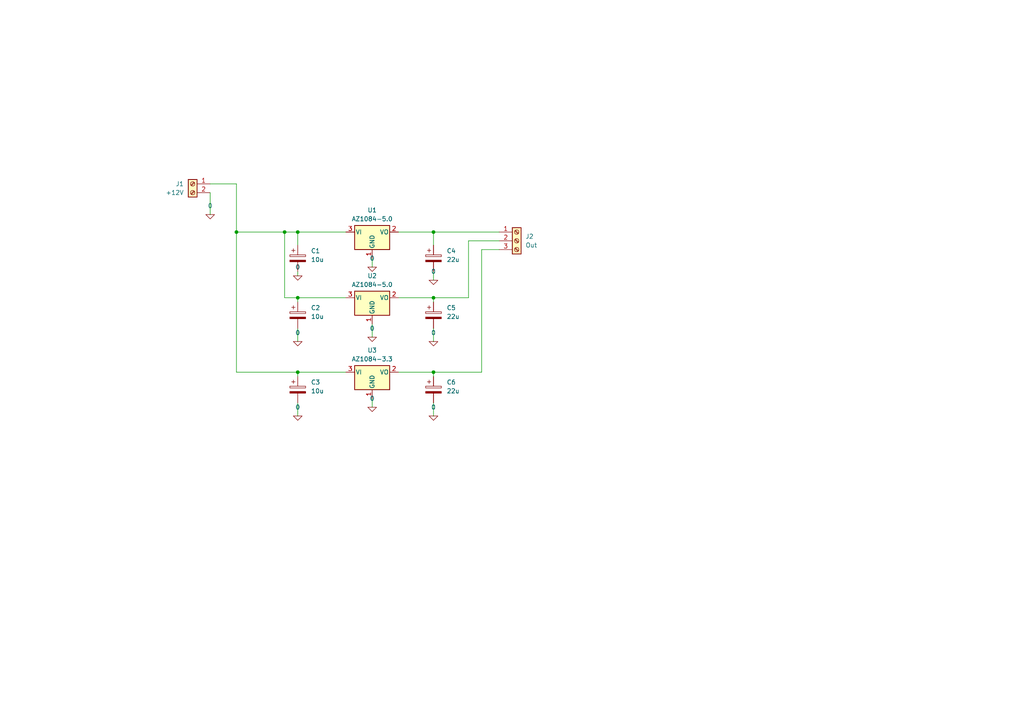
<source format=kicad_sch>
(kicad_sch (version 20231120) (generator "eeschema") (generator_version "8.0")
  (paper "A4")
  (lib_symbols
    (symbol "Connector:Screw_Terminal_01x02" (pin_names (offset 1.016) hide)
      (property "Reference" "J" (at 0 2.54 0))
      (property "Value" "Screw_Terminal_01x02" (at 0 -5.08 0))
      (symbol "Screw_Terminal_01x02_1_1"
        (rectangle (start -1.27 1.27) (end 1.27 -3.81) (stroke (width 0.254)) (fill (type background)))
        (circle (center 0 -2.54) (radius 0.635) (stroke (width 0.1524)))
        (polyline (pts (xy -0.5334 -2.2098) (xy 0.3302 -3.048)) (stroke (width 0.1524)))
        (polyline (pts (xy -0.5334 0.3302) (xy 0.3302 -0.508)) (stroke (width 0.1524)))
        (polyline (pts (xy -0.3556 -2.032) (xy 0.508 -2.8702)) (stroke (width 0.1524)))
        (polyline (pts (xy -0.3556 0.508) (xy 0.508 -0.3302)) (stroke (width 0.1524)))
        (circle (center 0 0) (radius 0.635) (stroke (width 0.1524)))
        (pin passive line (at -5.08 0 0) (length 3.81) (name "Pin_1") (number "1"))
        (pin passive line (at -5.08 -2.54 0) (length 3.81) (name "Pin_2") (number "2"))
      )
    )
    (symbol "Connector:Screw_Terminal_01x03" (pin_names (offset 1.016) hide)
      (property "Reference" "J" (at 0 5.08 0))
      (property "Value" "Screw_Terminal_01x03" (at 0 -5.08 0))
      (symbol "Screw_Terminal_01x03_1_1"
        (rectangle (start -1.27 3.81) (end 1.27 -3.81) (stroke (width 0.254)) (fill (type background)))
        (circle (center 0 -2.54) (radius 0.635) (stroke (width 0.1524)))
        (polyline (pts (xy -0.5334 -2.2098) (xy 0.3302 -3.048)) (stroke (width 0.1524)))
        (polyline (pts (xy -0.5334 0.3302) (xy 0.3302 -0.508)) (stroke (width 0.1524)))
        (polyline (pts (xy -0.5334 2.8702) (xy 0.3302 2.032)) (stroke (width 0.1524)))
        (polyline (pts (xy -0.3556 -2.032) (xy 0.508 -2.8702)) (stroke (width 0.1524)))
        (polyline (pts (xy -0.3556 0.508) (xy 0.508 -0.3302)) (stroke (width 0.1524)))
        (polyline (pts (xy -0.3556 3.048) (xy 0.508 2.2098)) (stroke (width 0.1524)))
        (circle (center 0 0) (radius 0.635) (stroke (width 0.1524)))
        (circle (center 0 2.54) (radius 0.635) (stroke (width 0.1524)))
        (pin passive line (at -5.08 2.54 0) (length 3.81) (name "Pin_1") (number "1"))
        (pin passive line (at -5.08 0 0) (length 3.81) (name "Pin_2") (number "2"))
        (pin passive line (at -5.08 -2.54 0) (length 3.81) (name "Pin_3") (number "3"))
      )
    )
    (symbol "Device:C_Polarized" (pin_numbers hide) (pin_names (offset 0.254))
      (property "Reference" "C" (at 0.635 2.54 0))
      (property "Value" "C_Polarized" (at 0.635 -2.54 0))
      (symbol "C_Polarized_0_1"
        (rectangle (start -2.286 0.508) (end 2.286 1.016))
        (polyline (pts (xy -1.778 2.286) (xy -0.762 2.286)))
        (polyline (pts (xy -1.27 2.794) (xy -1.27 1.778)))
        (rectangle (start 2.286 -0.508) (end -2.286 -1.016) (fill (type outline)))
      )
      (symbol "C_Polarized_1_1"
        (pin passive line (at 0 3.81 270) (length 2.794) (name "~") (number "1"))
        (pin passive line (at 0 -3.81 90) (length 2.794) (name "~") (number "2"))
      )
    )
    (symbol "Regulator_Linear:AZ1084-3.3" (pin_names (offset 0.254))
      (property "Reference" "U" (at -3.81 3.175 0))
      (property "Value" "AZ1084-3.3" (at 0 3.175 0))
      (symbol "AZ1084-3.3_0_1"
        (rectangle (start -5.08 1.905) (end 5.08 -5.08) (stroke (width 0.254)) (fill (type background)))
      )
      (symbol "AZ1084-3.3_1_1"
        (pin power_in line (at 0 -7.62 90) (length 2.54) (name "GND") (number "1"))
        (pin power_out line (at 7.62 0 180) (length 2.54) (name "VO") (number "2"))
        (pin power_in line (at -7.62 0 0) (length 2.54) (name "VI") (number "3"))
      )
    )
    (symbol "Regulator_Linear:AZ1084-5.0" (pin_names (offset 0.254))
      (property "Reference" "U" (at -3.81 3.175 0))
      (property "Value" "AZ1084-5.0" (at 0 3.175 0))
      (symbol "AZ1084-5.0_0_1"
        (rectangle (start -5.08 1.905) (end 5.08 -5.08) (stroke (width 0.254)) (fill (type background)))
      )
      (symbol "AZ1084-5.0_1_1"
        (pin power_in line (at 0 -7.62 90) (length 2.54) (name "GND") (number "1"))
        (pin power_out line (at 7.62 0 180) (length 2.54) (name "VO") (number "2"))
        (pin power_in line (at -7.62 0 0) (length 2.54) (name "VI") (number "3"))
      )
    )
    (symbol "Simulation_SPICE:0" (power) (pin_numbers hide) (pin_names (offset 0) hide)
      (property "Value" "0" (at 0 -2.54 0))
      (symbol "0_0_1"
        (polyline (pts (xy -1.27 0) (xy 0 -1.27) (xy 1.27 0) (xy -1.27 0)))
      )
      (symbol "0_1_1"
        (pin power_in line (at 0 0 0) (length 0) (name "~") (number "1"))
      )
    )
  )
  (junction (at 68.58 67.31))
  (junction (at 82.55 67.31))
  (junction (at 125.73 67.31))
  (junction (at 86.36 67.31))
  (junction (at 125.73 86.36))
  (junction (at 86.36 86.36))
  (junction (at 125.73 107.95))
  (junction (at 86.36 107.95))
  (wire (pts (xy 82.55 67.31) (xy 86.36 67.31)))
  (wire (pts (xy 135.89 69.85) (xy 144.78 69.85)))
  (wire (pts (xy 68.58 53.34) (xy 68.58 67.31)))
  (wire (pts (xy 86.36 116.84) (xy 86.36 120.65)))
  (wire (pts (xy 125.73 67.31) (xy 144.78 67.31)))
  (wire (pts (xy 86.36 67.31) (xy 86.36 71.12)))
  (wire (pts (xy 60.96 53.34) (xy 68.58 53.34)))
  (wire (pts (xy 86.36 107.95) (xy 68.58 107.95)))
  (wire (pts (xy 125.73 116.84) (xy 125.73 120.65)))
  (wire (pts (xy 125.73 107.95) (xy 139.7 107.95)))
  (wire (pts (xy 125.73 86.36) (xy 135.89 86.36)))
  (wire (pts (xy 107.95 74.93) (xy 107.95 77.47)))
  (wire (pts (xy 68.58 107.95) (xy 68.58 67.31)))
  (wire (pts (xy 82.55 67.31) (xy 82.55 86.36)))
  (wire (pts (xy 86.36 86.36) (xy 82.55 86.36)))
  (wire (pts (xy 125.73 95.25) (xy 125.73 99.06)))
  (wire (pts (xy 125.73 87.63) (xy 125.73 86.36)))
  (wire (pts (xy 86.36 67.31) (xy 100.33 67.31)))
  (wire (pts (xy 100.33 107.95) (xy 86.36 107.95)))
  (wire (pts (xy 86.36 107.95) (xy 86.36 109.22)))
  (wire (pts (xy 125.73 67.31) (xy 115.57 67.31)))
  (wire (pts (xy 125.73 86.36) (xy 115.57 86.36)))
  (wire (pts (xy 107.95 115.57) (xy 107.95 118.11)))
  (wire (pts (xy 86.36 86.36) (xy 86.36 87.63)))
  (wire (pts (xy 107.95 93.98) (xy 107.95 97.79)))
  (wire (pts (xy 86.36 95.25) (xy 86.36 99.06)))
  (wire (pts (xy 60.96 55.88) (xy 60.96 62.23)))
  (wire (pts (xy 144.78 72.39) (xy 139.7 72.39)))
  (wire (pts (xy 125.73 78.74) (xy 125.73 81.28)))
  (wire (pts (xy 115.57 107.95) (xy 125.73 107.95)))
  (wire (pts (xy 125.73 71.12) (xy 125.73 67.31)))
  (wire (pts (xy 68.58 67.31) (xy 82.55 67.31)))
  (wire (pts (xy 125.73 109.22) (xy 125.73 107.95)))
  (wire (pts (xy 100.33 86.36) (xy 86.36 86.36)))
  (wire (pts (xy 139.7 72.39) (xy 139.7 107.95)))
  (wire (pts (xy 86.36 78.74) (xy 86.36 80.01)))
  (wire (pts (xy 135.89 86.36) (xy 135.89 69.85)))
  (symbol (lib_id "Device:C_Polarized") (at 125.73 113.03 0) (unit 1)
    (property "Reference" "C6" (at 129.54 110.8709 0) (effects (justify left)))
    (property "Value" "22u" (at 129.54 113.4109 0) (effects (justify left)))
    (property "Footprint" "Capacitor_THT:CP_Radial_D8.0mm_P3.50mm" (effects (hide yes)))
    (property "Description" "Polarized capacitor" (effects (hide yes)))
  )
  (symbol (lib_id "Connector:Screw_Terminal_01x03") (at 149.86 69.85 0) (unit 1)
    (property "Reference" "J2" (at 152.4 68.5799 0) (effects (justify left)))
    (property "Value" "Out" (at 152.4 71.1199 0) (effects (justify left)))
    (property "Footprint" "TerminalBlock:TerminalBlock_Xinya_XY308-2.54-3P_1x03_P2.54mm_Horizontal" (effects (hide yes)))
    (property "Description" "Generic screw terminal, single row, 01x03, script generated (kicad-library-utils/schlib/autogen/connector/)" (effects (hide yes)))
  )
  (symbol (lib_id "Regulator_Linear:AZ1084-5.0") (at 107.95 86.36 0) (unit 1)
    (property "Reference" "U2" (at 107.95 80.01 0))
    (property "Value" "AZ1084-5.0" (at 107.95 82.55 0))
    (property "Footprint" "Package_TO_SOT_SMD:TO-252-2" (effects (hide yes)))
    (property "Datasheet" "https://www.diodes.com/assets/Datasheets/AZ1084.pdf" (effects (hide yes)))
    (property "Description" "5A 12V Fixed LDO Linear Regulator, 1.5V, TO-220/TO-252/TO-263" (effects (hide yes)))
  )
  (symbol (lib_id "Regulator_Linear:AZ1084-3.3") (at 107.95 107.95 0) (unit 1)
    (property "Reference" "U3" (at 107.95 101.6 0))
    (property "Value" "AZ1084-3.3" (at 107.95 104.14 0))
    (property "Footprint" "Package_TO_SOT_SMD:TO-252-2" (effects (hide yes)))
    (property "Datasheet" "https://www.diodes.com/assets/Datasheets/AZ1084.pdf" (effects (hide yes)))
    (property "Description" "5A 12V Fixed LDO Linear Regulator, 1.5V, TO-220/TO-252/TO-263" (effects (hide yes)))
  )
  (symbol (lib_id "Simulation_SPICE:0") (at 107.95 118.11 0) (unit 1)
    (property "Reference" "#GND03" (effects (hide yes)))
    (property "Value" "0" (at 107.95 115.57 0))
    (property "Datasheet" "https://ngspice.sourceforge.io/docs/ngspice-html-manual/manual.xhtml#subsec_Circuit_elements__device" (effects (hide yes)))
    (property "Description" "0V reference potential for simulation" (effects (hide yes)))
  )
  (symbol (lib_id "Simulation_SPICE:0") (at 60.96 62.23 0) (unit 1)
    (property "Reference" "#GND04" (effects (hide yes)))
    (property "Value" "0" (at 60.96 59.69 0))
    (property "Datasheet" "https://ngspice.sourceforge.io/docs/ngspice-html-manual/manual.xhtml#subsec_Circuit_elements__device" (effects (hide yes)))
    (property "Description" "0V reference potential for simulation" (effects (hide yes)))
  )
  (symbol (lib_id "Device:C_Polarized") (at 125.73 74.93 0) (unit 1)
    (property "Reference" "C4" (at 129.54 72.7709 0) (effects (justify left)))
    (property "Value" "22u" (at 129.54 75.3109 0) (effects (justify left)))
    (property "Footprint" "Capacitor_THT:CP_Radial_D8.0mm_P3.50mm" (effects (hide yes)))
    (property "Description" "Polarized capacitor" (effects (hide yes)))
  )
  (symbol (lib_id "Simulation_SPICE:0") (at 86.36 80.01 0) (unit 1)
    (property "Reference" "#GND05" (effects (hide yes)))
    (property "Value" "0" (at 86.36 77.47 0))
    (property "Datasheet" "https://ngspice.sourceforge.io/docs/ngspice-html-manual/manual.xhtml#subsec_Circuit_elements__device" (effects (hide yes)))
    (property "Description" "0V reference potential for simulation" (effects (hide yes)))
  )
  (symbol (lib_id "Device:C_Polarized") (at 86.36 74.93 0) (unit 1)
    (property "Reference" "C1" (at 90.17 72.7709 0) (effects (justify left)))
    (property "Value" "10u" (at 90.17 75.3109 0) (effects (justify left)))
    (property "Footprint" "Capacitor_THT:C_Radial_D6.3mm_H7.0mm_P2.50mm" (effects (hide yes)))
    (property "Description" "Polarized capacitor" (effects (hide yes)))
  )
  (symbol (lib_id "Device:C_Polarized") (at 86.36 91.44 0) (unit 1)
    (property "Reference" "C2" (at 90.17 89.2809 0) (effects (justify left)))
    (property "Value" "10u" (at 90.17 91.8209 0) (effects (justify left)))
    (property "Footprint" "Capacitor_THT:C_Radial_D6.3mm_H7.0mm_P2.50mm" (effects (hide yes)))
    (property "Description" "Polarized capacitor" (effects (hide yes)))
  )
  (symbol (lib_id "Simulation_SPICE:0") (at 125.73 120.65 0) (unit 1)
    (property "Reference" "#GND010" (effects (hide yes)))
    (property "Value" "0" (at 125.73 118.11 0))
    (property "Datasheet" "https://ngspice.sourceforge.io/docs/ngspice-html-manual/manual.xhtml#subsec_Circuit_elements__device" (effects (hide yes)))
    (property "Description" "0V reference potential for simulation" (effects (hide yes)))
  )
  (symbol (lib_id "Device:C_Polarized") (at 125.73 91.44 0) (unit 1)
    (property "Reference" "C5" (at 129.54 89.2809 0) (effects (justify left)))
    (property "Value" "22u" (at 129.54 91.8209 0) (effects (justify left)))
    (property "Footprint" "Capacitor_THT:CP_Radial_D8.0mm_P3.50mm" (effects (hide yes)))
    (property "Description" "Polarized capacitor" (effects (hide yes)))
  )
  (symbol (lib_id "Simulation_SPICE:0") (at 86.36 120.65 0) (unit 1)
    (property "Reference" "#GND07" (effects (hide yes)))
    (property "Value" "0" (at 86.36 118.11 0))
    (property "Datasheet" "https://ngspice.sourceforge.io/docs/ngspice-html-manual/manual.xhtml#subsec_Circuit_elements__device" (effects (hide yes)))
    (property "Description" "0V reference potential for simulation" (effects (hide yes)))
  )
  (symbol (lib_id "Simulation_SPICE:0") (at 107.95 97.79 0) (unit 1)
    (property "Reference" "#GND02" (effects (hide yes)))
    (property "Value" "0" (at 107.95 95.25 0))
    (property "Datasheet" "https://ngspice.sourceforge.io/docs/ngspice-html-manual/manual.xhtml#subsec_Circuit_elements__device" (effects (hide yes)))
    (property "Description" "0V reference potential for simulation" (effects (hide yes)))
  )
  (symbol (lib_id "Simulation_SPICE:0") (at 125.73 99.06 0) (unit 1)
    (property "Reference" "#GND09" (effects (hide yes)))
    (property "Value" "0" (at 125.73 96.52 0))
    (property "Datasheet" "https://ngspice.sourceforge.io/docs/ngspice-html-manual/manual.xhtml#subsec_Circuit_elements__device" (effects (hide yes)))
    (property "Description" "0V reference potential for simulation" (effects (hide yes)))
  )
  (symbol (lib_id "Regulator_Linear:AZ1084-5.0") (at 107.95 67.31 0) (unit 1)
    (property "Reference" "U1" (at 107.95 60.96 0))
    (property "Value" "AZ1084-5.0" (at 107.95 63.5 0))
    (property "Footprint" "Package_TO_SOT_SMD:TO-252-2" (effects (hide yes)))
    (property "Datasheet" "https://www.diodes.com/assets/Datasheets/AZ1084.pdf" (effects (hide yes)))
    (property "Description" "5A 12V Fixed LDO Linear Regulator, 1.5V, TO-220/TO-252/TO-263" (effects (hide yes)))
  )
  (symbol (lib_id "Simulation_SPICE:0") (at 86.36 99.06 0) (unit 1)
    (property "Reference" "#GND06" (effects (hide yes)))
    (property "Value" "0" (at 86.36 96.52 0))
    (property "Datasheet" "https://ngspice.sourceforge.io/docs/ngspice-html-manual/manual.xhtml#subsec_Circuit_elements__device" (effects (hide yes)))
    (property "Description" "0V reference potential for simulation" (effects (hide yes)))
  )
  (symbol (lib_id "Device:C_Polarized") (at 86.36 113.03 0) (unit 1)
    (property "Reference" "C3" (at 90.17 110.8709 0) (effects (justify left)))
    (property "Value" "10u" (at 90.17 113.4109 0) (effects (justify left)))
    (property "Footprint" "Capacitor_THT:C_Radial_D6.3mm_H7.0mm_P2.50mm" (effects (hide yes)))
    (property "Description" "Polarized capacitor" (effects (hide yes)))
  )
  (symbol (lib_id "Connector:Screw_Terminal_01x02") (at 55.88 53.34 0) (mirror y) (unit 1)
    (property "Reference" "J1" (at 53.34 53.3399 0) (effects (justify left)))
    (property "Value" "+12V" (at 53.34 55.8799 0) (effects (justify left)))
    (property "Footprint" "TerminalBlock:TerminalBlock_Xinya_XY308-2.54-2P_1x02_P2.54mm_Horizontal" (effects (hide yes)))
    (property "Description" "Generic screw terminal, single row, 01x02, script generated (kicad-library-utils/schlib/autogen/connector/)" (effects (hide yes)))
  )
  (symbol (lib_id "Simulation_SPICE:0") (at 107.95 77.47 0) (unit 1)
    (property "Reference" "#GND01" (effects (hide yes)))
    (property "Value" "0" (at 107.95 74.93 0))
    (property "Datasheet" "https://ngspice.sourceforge.io/docs/ngspice-html-manual/manual.xhtml#subsec_Circuit_elements__device" (effects (hide yes)))
    (property "Description" "0V reference potential for simulation" (effects (hide yes)))
  )
  (symbol (lib_id "Simulation_SPICE:0") (at 125.73 81.28 0) (unit 1)
    (property "Reference" "#GND08" (effects (hide yes)))
    (property "Value" "0" (at 125.73 78.74 0))
    (property "Datasheet" "https://ngspice.sourceforge.io/docs/ngspice-html-manual/manual.xhtml#subsec_Circuit_elements__device" (effects (hide yes)))
    (property "Description" "0V reference potential for simulation" (effects (hide yes)))
  )
)
</source>
